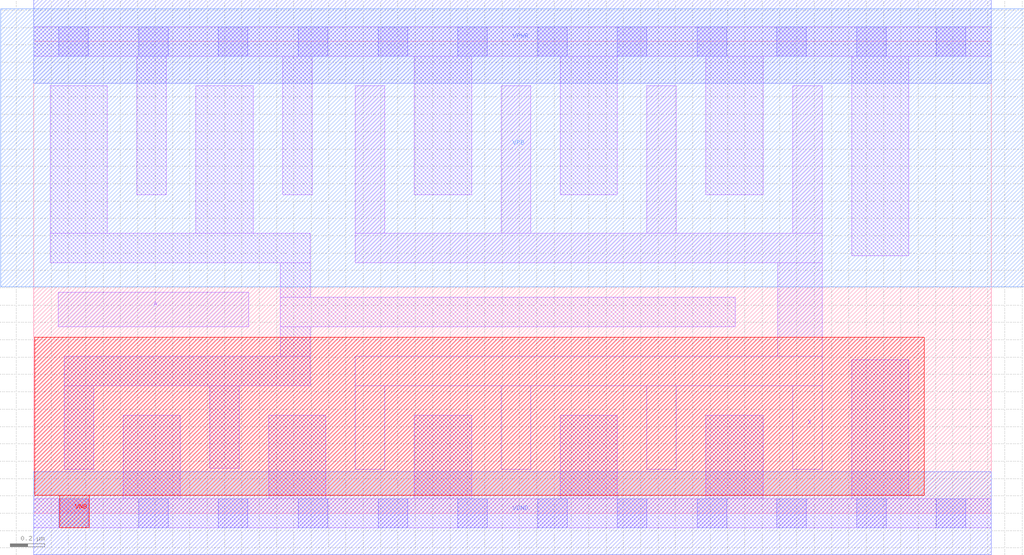
<source format=lef>
VERSION 5.7 ;
  NOWIREEXTENSIONATPIN ON ;
  DIVIDERCHAR "/" ;
  BUSBITCHARS "[]" ;
#--------EOF---------

MACRO sky130_fd_sc_hd__buf_4
  CLASS CORE ;
  FOREIGN sky130_fd_sc_hd__buf_4 ;
  ORIGIN 0.000 0.000 ;
  SIZE 2.760 BY 2.720 ;
  SYMMETRY X Y R90 ;
  SITE unithd ;
  PIN A
    DIRECTION INPUT ;
    USE SIGNAL ;
    ANTENNAGATEAREA 0.247500 ;
    PORT
      LAYER li1 ;
        RECT 0.090 1.075 0.470 1.315 ;
    END
  END A
  PIN VGND
    DIRECTION INOUT ;
    USE GROUND ;
    SHAPE ABUTMENT ;
    PORT
      LAYER met1 ;
        RECT 0.000 -0.240 2.760 0.240 ;
    END
  END VGND
  PIN VNB
    DIRECTION INOUT ;
    USE GROUND ;
    PORT
      LAYER pwell ;
        RECT 0.005 0.105 2.615 1.015 ;
        RECT 0.150 -0.085 0.320 0.105 ;
    END
  END VNB
  PIN VPB
    DIRECTION INOUT ;
    USE POWER ;
    PORT
      LAYER nwell ;
        RECT -0.190 1.305 2.950 2.910 ;
    END
  END VPB
  PIN VPWR
    DIRECTION INOUT ;
    USE POWER ;
    SHAPE ABUTMENT ;
    PORT
      LAYER met1 ;
        RECT 0.000 2.480 2.760 2.960 ;
    END
  END VPWR
  PIN X
    DIRECTION OUTPUT ;
    USE SIGNAL ;
    ANTENNADIFFAREA 0.891000 ;
    PORT
      LAYER li1 ;
        RECT 1.015 1.615 1.185 2.465 ;
        RECT 1.855 1.615 2.025 2.465 ;
        RECT 1.015 1.445 2.025 1.615 ;
        RECT 1.530 0.905 2.025 1.445 ;
        RECT 1.015 0.735 2.025 0.905 ;
        RECT 1.015 0.255 1.185 0.735 ;
        RECT 1.855 0.255 2.025 0.735 ;
    END
  END X
  OBS
      LAYER li1 ;
        RECT 0.000 2.635 2.760 2.805 ;
        RECT 0.095 1.655 0.425 2.465 ;
        RECT 0.595 1.835 0.835 2.635 ;
        RECT 1.355 1.835 1.685 2.635 ;
        RECT 0.095 1.485 0.810 1.655 ;
        RECT 2.195 1.485 2.525 2.635 ;
        RECT 0.640 1.245 0.810 1.485 ;
        RECT 0.640 1.075 1.140 1.245 ;
        RECT 0.640 0.905 0.810 1.075 ;
        RECT 0.175 0.735 0.810 0.905 ;
        RECT 0.175 0.255 0.345 0.735 ;
        RECT 0.525 0.085 0.765 0.565 ;
        RECT 1.355 0.085 1.685 0.565 ;
        RECT 2.195 0.085 2.525 0.885 ;
        RECT 0.000 -0.085 2.760 0.085 ;
      LAYER mcon ;
        RECT 0.145 2.635 0.315 2.805 ;
        RECT 0.605 2.635 0.775 2.805 ;
        RECT 1.065 2.635 1.235 2.805 ;
        RECT 1.525 2.635 1.695 2.805 ;
        RECT 1.985 2.635 2.155 2.805 ;
        RECT 2.445 2.635 2.615 2.805 ;
        RECT 0.145 -0.085 0.315 0.085 ;
        RECT 0.605 -0.085 0.775 0.085 ;
        RECT 1.065 -0.085 1.235 0.085 ;
        RECT 1.525 -0.085 1.695 0.085 ;
        RECT 1.985 -0.085 2.155 0.085 ;
        RECT 2.445 -0.085 2.615 0.085 ;
  END
END sky130_fd_sc_hd__buf_4

#--------EOF---------

MACRO sky130_fd_sc_hd__buf_8
  CLASS CORE ;
  FOREIGN sky130_fd_sc_hd__buf_8 ;
  ORIGIN 0.000 0.000 ;
  SIZE 5.520 BY 2.720 ;
  SYMMETRY X Y R90 ;
  SITE unithd ;
  PIN A
    DIRECTION INPUT ;
    USE SIGNAL ;
    ANTENNAGATEAREA 0.742500 ;
    PORT
      LAYER li1 ;
        RECT 0.140 1.075 1.240 1.275 ;
    END
  END A
  PIN VGND
    DIRECTION INOUT ;
    USE GROUND ;
    SHAPE ABUTMENT ;
    PORT
      LAYER met1 ;
        RECT 0.000 -0.240 5.520 0.240 ;
    END
  END VGND
  PIN VNB
    DIRECTION INOUT ;
    USE GROUND ;
    PORT
      LAYER pwell ;
        RECT 0.005 0.105 5.135 1.015 ;
        RECT 0.150 -0.085 0.320 0.105 ;
    END
  END VNB
  PIN VPB
    DIRECTION INOUT ;
    USE POWER ;
    PORT
      LAYER nwell ;
        RECT -0.190 1.305 5.710 2.910 ;
    END
  END VPB
  PIN VPWR
    DIRECTION INOUT ;
    USE POWER ;
    SHAPE ABUTMENT ;
    PORT
      LAYER met1 ;
        RECT 0.000 2.480 5.520 2.960 ;
    END
  END VPWR
  PIN X
    DIRECTION OUTPUT ;
    USE SIGNAL ;
    ANTENNADIFFAREA 1.782000 ;
    PORT
      LAYER li1 ;
        RECT 1.855 1.615 2.025 2.465 ;
        RECT 2.695 1.615 2.865 2.465 ;
        RECT 3.535 1.615 3.705 2.465 ;
        RECT 4.375 1.615 4.545 2.465 ;
        RECT 1.855 1.445 4.545 1.615 ;
        RECT 4.290 0.905 4.545 1.445 ;
        RECT 1.855 0.735 4.545 0.905 ;
        RECT 1.855 0.255 2.025 0.735 ;
        RECT 2.695 0.255 2.865 0.735 ;
        RECT 3.535 0.255 3.705 0.735 ;
        RECT 4.375 0.255 4.545 0.735 ;
    END
  END X
  OBS
      LAYER li1 ;
        RECT 0.000 2.635 5.520 2.805 ;
        RECT 0.095 1.615 0.425 2.465 ;
        RECT 0.595 1.835 0.765 2.635 ;
        RECT 0.935 1.615 1.265 2.465 ;
        RECT 1.435 1.835 1.605 2.635 ;
        RECT 2.195 1.835 2.525 2.635 ;
        RECT 3.035 1.835 3.365 2.635 ;
        RECT 3.875 1.835 4.205 2.635 ;
        RECT 0.095 1.445 1.595 1.615 ;
        RECT 4.715 1.485 5.045 2.635 ;
        RECT 1.420 1.245 1.595 1.445 ;
        RECT 1.420 1.075 4.045 1.245 ;
        RECT 1.420 0.905 1.595 1.075 ;
        RECT 0.175 0.735 1.595 0.905 ;
        RECT 0.175 0.255 0.345 0.735 ;
        RECT 0.515 0.085 0.845 0.565 ;
        RECT 1.015 0.260 1.185 0.735 ;
        RECT 1.355 0.085 1.685 0.565 ;
        RECT 2.195 0.085 2.525 0.565 ;
        RECT 3.035 0.085 3.365 0.565 ;
        RECT 3.875 0.085 4.205 0.565 ;
        RECT 4.715 0.085 5.045 0.885 ;
        RECT 0.000 -0.085 5.520 0.085 ;
      LAYER mcon ;
        RECT 0.145 2.635 0.315 2.805 ;
        RECT 0.605 2.635 0.775 2.805 ;
        RECT 1.065 2.635 1.235 2.805 ;
        RECT 1.525 2.635 1.695 2.805 ;
        RECT 1.985 2.635 2.155 2.805 ;
        RECT 2.445 2.635 2.615 2.805 ;
        RECT 2.905 2.635 3.075 2.805 ;
        RECT 3.365 2.635 3.535 2.805 ;
        RECT 3.825 2.635 3.995 2.805 ;
        RECT 4.285 2.635 4.455 2.805 ;
        RECT 4.745 2.635 4.915 2.805 ;
        RECT 5.205 2.635 5.375 2.805 ;
        RECT 0.145 -0.085 0.315 0.085 ;
        RECT 0.605 -0.085 0.775 0.085 ;
        RECT 1.065 -0.085 1.235 0.085 ;
        RECT 1.525 -0.085 1.695 0.085 ;
        RECT 1.985 -0.085 2.155 0.085 ;
        RECT 2.445 -0.085 2.615 0.085 ;
        RECT 2.905 -0.085 3.075 0.085 ;
        RECT 3.365 -0.085 3.535 0.085 ;
        RECT 3.825 -0.085 3.995 0.085 ;
        RECT 4.285 -0.085 4.455 0.085 ;
        RECT 4.745 -0.085 4.915 0.085 ;
        RECT 5.205 -0.085 5.375 0.085 ;
  END
END sky130_fd_sc_hd__buf_8
</source>
